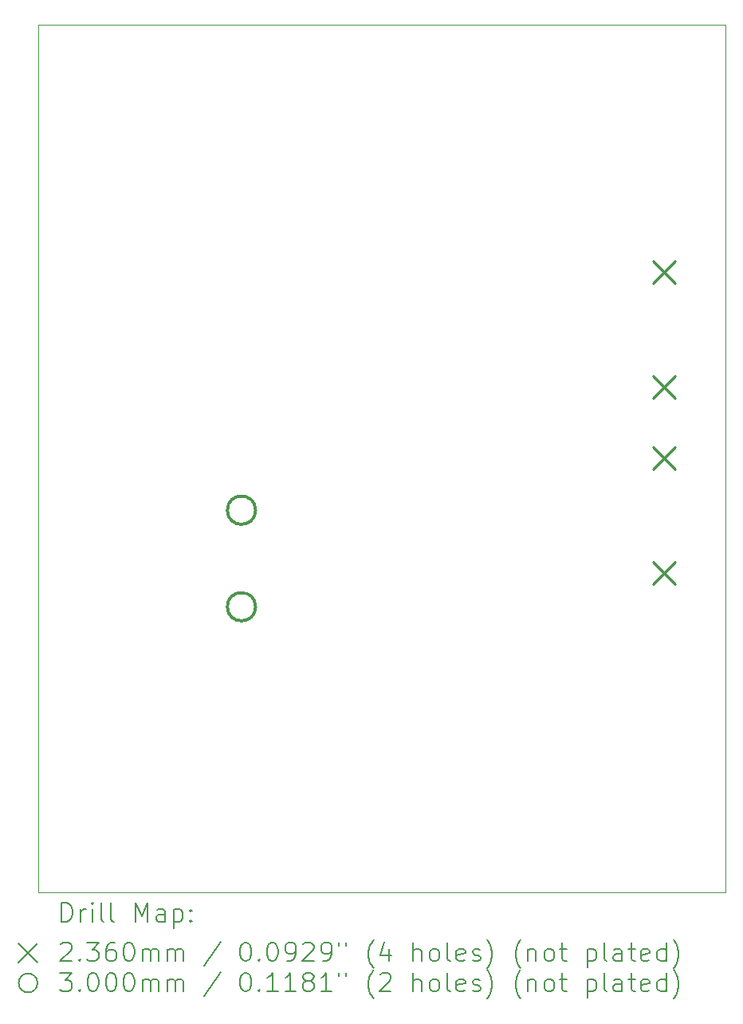
<source format=gbr>
%FSLAX45Y45*%
G04 Gerber Fmt 4.5, Leading zero omitted, Abs format (unit mm)*
G04 Created by KiCad (PCBNEW (6.0.4)) date 2023-07-19 00:07:37*
%MOMM*%
%LPD*%
G01*
G04 APERTURE LIST*
%TA.AperFunction,Profile*%
%ADD10C,0.100000*%
%TD*%
%ADD11C,0.200000*%
%ADD12C,0.236000*%
%ADD13C,0.300000*%
G04 APERTURE END LIST*
D10*
X0Y9200000D02*
X7300000Y9200000D01*
X7300000Y9200000D02*
X7300000Y0D01*
X7300000Y0D02*
X0Y0D01*
X0Y0D02*
X0Y9200000D01*
D11*
D12*
X6531000Y6692000D02*
X6767000Y6456000D01*
X6767000Y6692000D02*
X6531000Y6456000D01*
X6531000Y5472000D02*
X6767000Y5236000D01*
X6767000Y5472000D02*
X6531000Y5236000D01*
X6531000Y4723500D02*
X6767000Y4487500D01*
X6767000Y4723500D02*
X6531000Y4487500D01*
X6531000Y3503500D02*
X6767000Y3267500D01*
X6767000Y3503500D02*
X6531000Y3267500D01*
D13*
X2311500Y4050300D02*
G75*
G03*
X2311500Y4050300I-150000J0D01*
G01*
X2311500Y3026300D02*
G75*
G03*
X2311500Y3026300I-150000J0D01*
G01*
D11*
X252619Y-315476D02*
X252619Y-115476D01*
X300238Y-115476D01*
X328810Y-125000D01*
X347857Y-144048D01*
X357381Y-163095D01*
X366905Y-201190D01*
X366905Y-229762D01*
X357381Y-267857D01*
X347857Y-286905D01*
X328810Y-305952D01*
X300238Y-315476D01*
X252619Y-315476D01*
X452619Y-315476D02*
X452619Y-182143D01*
X452619Y-220238D02*
X462143Y-201190D01*
X471667Y-191667D01*
X490714Y-182143D01*
X509762Y-182143D01*
X576429Y-315476D02*
X576429Y-182143D01*
X576429Y-115476D02*
X566905Y-125000D01*
X576429Y-134524D01*
X585952Y-125000D01*
X576429Y-115476D01*
X576429Y-134524D01*
X700238Y-315476D02*
X681190Y-305952D01*
X671667Y-286905D01*
X671667Y-115476D01*
X805000Y-315476D02*
X785952Y-305952D01*
X776428Y-286905D01*
X776428Y-115476D01*
X1033571Y-315476D02*
X1033571Y-115476D01*
X1100238Y-258333D01*
X1166905Y-115476D01*
X1166905Y-315476D01*
X1347857Y-315476D02*
X1347857Y-210714D01*
X1338333Y-191667D01*
X1319286Y-182143D01*
X1281190Y-182143D01*
X1262143Y-191667D01*
X1347857Y-305952D02*
X1328810Y-315476D01*
X1281190Y-315476D01*
X1262143Y-305952D01*
X1252619Y-286905D01*
X1252619Y-267857D01*
X1262143Y-248809D01*
X1281190Y-239286D01*
X1328810Y-239286D01*
X1347857Y-229762D01*
X1443095Y-182143D02*
X1443095Y-382143D01*
X1443095Y-191667D02*
X1462143Y-182143D01*
X1500238Y-182143D01*
X1519286Y-191667D01*
X1528809Y-201190D01*
X1538333Y-220238D01*
X1538333Y-277381D01*
X1528809Y-296429D01*
X1519286Y-305952D01*
X1500238Y-315476D01*
X1462143Y-315476D01*
X1443095Y-305952D01*
X1624048Y-296429D02*
X1633571Y-305952D01*
X1624048Y-315476D01*
X1614524Y-305952D01*
X1624048Y-296429D01*
X1624048Y-315476D01*
X1624048Y-191667D02*
X1633571Y-201190D01*
X1624048Y-210714D01*
X1614524Y-201190D01*
X1624048Y-191667D01*
X1624048Y-210714D01*
X-205000Y-545000D02*
X-5000Y-745000D01*
X-5000Y-545000D02*
X-205000Y-745000D01*
X243095Y-554524D02*
X252619Y-545000D01*
X271667Y-535476D01*
X319286Y-535476D01*
X338333Y-545000D01*
X347857Y-554524D01*
X357381Y-573571D01*
X357381Y-592619D01*
X347857Y-621190D01*
X233571Y-735476D01*
X357381Y-735476D01*
X443095Y-716428D02*
X452619Y-725952D01*
X443095Y-735476D01*
X433571Y-725952D01*
X443095Y-716428D01*
X443095Y-735476D01*
X519286Y-535476D02*
X643095Y-535476D01*
X576429Y-611667D01*
X605000Y-611667D01*
X624048Y-621190D01*
X633571Y-630714D01*
X643095Y-649762D01*
X643095Y-697381D01*
X633571Y-716428D01*
X624048Y-725952D01*
X605000Y-735476D01*
X547857Y-735476D01*
X528810Y-725952D01*
X519286Y-716428D01*
X814524Y-535476D02*
X776428Y-535476D01*
X757381Y-545000D01*
X747857Y-554524D01*
X728809Y-583095D01*
X719286Y-621190D01*
X719286Y-697381D01*
X728809Y-716428D01*
X738333Y-725952D01*
X757381Y-735476D01*
X795476Y-735476D01*
X814524Y-725952D01*
X824048Y-716428D01*
X833571Y-697381D01*
X833571Y-649762D01*
X824048Y-630714D01*
X814524Y-621190D01*
X795476Y-611667D01*
X757381Y-611667D01*
X738333Y-621190D01*
X728809Y-630714D01*
X719286Y-649762D01*
X957381Y-535476D02*
X976428Y-535476D01*
X995476Y-545000D01*
X1005000Y-554524D01*
X1014524Y-573571D01*
X1024048Y-611667D01*
X1024048Y-659286D01*
X1014524Y-697381D01*
X1005000Y-716428D01*
X995476Y-725952D01*
X976428Y-735476D01*
X957381Y-735476D01*
X938333Y-725952D01*
X928809Y-716428D01*
X919286Y-697381D01*
X909762Y-659286D01*
X909762Y-611667D01*
X919286Y-573571D01*
X928809Y-554524D01*
X938333Y-545000D01*
X957381Y-535476D01*
X1109762Y-735476D02*
X1109762Y-602143D01*
X1109762Y-621190D02*
X1119286Y-611667D01*
X1138333Y-602143D01*
X1166905Y-602143D01*
X1185952Y-611667D01*
X1195476Y-630714D01*
X1195476Y-735476D01*
X1195476Y-630714D02*
X1205000Y-611667D01*
X1224048Y-602143D01*
X1252619Y-602143D01*
X1271667Y-611667D01*
X1281190Y-630714D01*
X1281190Y-735476D01*
X1376429Y-735476D02*
X1376429Y-602143D01*
X1376429Y-621190D02*
X1385952Y-611667D01*
X1405000Y-602143D01*
X1433571Y-602143D01*
X1452619Y-611667D01*
X1462143Y-630714D01*
X1462143Y-735476D01*
X1462143Y-630714D02*
X1471667Y-611667D01*
X1490714Y-602143D01*
X1519286Y-602143D01*
X1538333Y-611667D01*
X1547857Y-630714D01*
X1547857Y-735476D01*
X1938333Y-525952D02*
X1766905Y-783095D01*
X2195476Y-535476D02*
X2214524Y-535476D01*
X2233571Y-545000D01*
X2243095Y-554524D01*
X2252619Y-573571D01*
X2262143Y-611667D01*
X2262143Y-659286D01*
X2252619Y-697381D01*
X2243095Y-716428D01*
X2233571Y-725952D01*
X2214524Y-735476D01*
X2195476Y-735476D01*
X2176429Y-725952D01*
X2166905Y-716428D01*
X2157381Y-697381D01*
X2147857Y-659286D01*
X2147857Y-611667D01*
X2157381Y-573571D01*
X2166905Y-554524D01*
X2176429Y-545000D01*
X2195476Y-535476D01*
X2347857Y-716428D02*
X2357381Y-725952D01*
X2347857Y-735476D01*
X2338333Y-725952D01*
X2347857Y-716428D01*
X2347857Y-735476D01*
X2481190Y-535476D02*
X2500238Y-535476D01*
X2519286Y-545000D01*
X2528810Y-554524D01*
X2538333Y-573571D01*
X2547857Y-611667D01*
X2547857Y-659286D01*
X2538333Y-697381D01*
X2528810Y-716428D01*
X2519286Y-725952D01*
X2500238Y-735476D01*
X2481190Y-735476D01*
X2462143Y-725952D01*
X2452619Y-716428D01*
X2443095Y-697381D01*
X2433571Y-659286D01*
X2433571Y-611667D01*
X2443095Y-573571D01*
X2452619Y-554524D01*
X2462143Y-545000D01*
X2481190Y-535476D01*
X2643095Y-735476D02*
X2681190Y-735476D01*
X2700238Y-725952D01*
X2709762Y-716428D01*
X2728810Y-687857D01*
X2738333Y-649762D01*
X2738333Y-573571D01*
X2728810Y-554524D01*
X2719286Y-545000D01*
X2700238Y-535476D01*
X2662143Y-535476D01*
X2643095Y-545000D01*
X2633571Y-554524D01*
X2624048Y-573571D01*
X2624048Y-621190D01*
X2633571Y-640238D01*
X2643095Y-649762D01*
X2662143Y-659286D01*
X2700238Y-659286D01*
X2719286Y-649762D01*
X2728810Y-640238D01*
X2738333Y-621190D01*
X2814524Y-554524D02*
X2824048Y-545000D01*
X2843095Y-535476D01*
X2890714Y-535476D01*
X2909762Y-545000D01*
X2919286Y-554524D01*
X2928809Y-573571D01*
X2928809Y-592619D01*
X2919286Y-621190D01*
X2805000Y-735476D01*
X2928809Y-735476D01*
X3024048Y-735476D02*
X3062143Y-735476D01*
X3081190Y-725952D01*
X3090714Y-716428D01*
X3109762Y-687857D01*
X3119286Y-649762D01*
X3119286Y-573571D01*
X3109762Y-554524D01*
X3100238Y-545000D01*
X3081190Y-535476D01*
X3043095Y-535476D01*
X3024048Y-545000D01*
X3014524Y-554524D01*
X3005000Y-573571D01*
X3005000Y-621190D01*
X3014524Y-640238D01*
X3024048Y-649762D01*
X3043095Y-659286D01*
X3081190Y-659286D01*
X3100238Y-649762D01*
X3109762Y-640238D01*
X3119286Y-621190D01*
X3195476Y-535476D02*
X3195476Y-573571D01*
X3271667Y-535476D02*
X3271667Y-573571D01*
X3566905Y-811667D02*
X3557381Y-802143D01*
X3538333Y-773571D01*
X3528809Y-754524D01*
X3519286Y-725952D01*
X3509762Y-678333D01*
X3509762Y-640238D01*
X3519286Y-592619D01*
X3528809Y-564048D01*
X3538333Y-545000D01*
X3557381Y-516428D01*
X3566905Y-506905D01*
X3728809Y-602143D02*
X3728809Y-735476D01*
X3681190Y-525952D02*
X3633571Y-668810D01*
X3757381Y-668810D01*
X3985952Y-735476D02*
X3985952Y-535476D01*
X4071667Y-735476D02*
X4071667Y-630714D01*
X4062143Y-611667D01*
X4043095Y-602143D01*
X4014524Y-602143D01*
X3995476Y-611667D01*
X3985952Y-621190D01*
X4195476Y-735476D02*
X4176428Y-725952D01*
X4166905Y-716428D01*
X4157381Y-697381D01*
X4157381Y-640238D01*
X4166905Y-621190D01*
X4176428Y-611667D01*
X4195476Y-602143D01*
X4224048Y-602143D01*
X4243095Y-611667D01*
X4252619Y-621190D01*
X4262143Y-640238D01*
X4262143Y-697381D01*
X4252619Y-716428D01*
X4243095Y-725952D01*
X4224048Y-735476D01*
X4195476Y-735476D01*
X4376429Y-735476D02*
X4357381Y-725952D01*
X4347857Y-706905D01*
X4347857Y-535476D01*
X4528810Y-725952D02*
X4509762Y-735476D01*
X4471667Y-735476D01*
X4452619Y-725952D01*
X4443095Y-706905D01*
X4443095Y-630714D01*
X4452619Y-611667D01*
X4471667Y-602143D01*
X4509762Y-602143D01*
X4528810Y-611667D01*
X4538333Y-630714D01*
X4538333Y-649762D01*
X4443095Y-668810D01*
X4614524Y-725952D02*
X4633571Y-735476D01*
X4671667Y-735476D01*
X4690714Y-725952D01*
X4700238Y-706905D01*
X4700238Y-697381D01*
X4690714Y-678333D01*
X4671667Y-668810D01*
X4643095Y-668810D01*
X4624048Y-659286D01*
X4614524Y-640238D01*
X4614524Y-630714D01*
X4624048Y-611667D01*
X4643095Y-602143D01*
X4671667Y-602143D01*
X4690714Y-611667D01*
X4766905Y-811667D02*
X4776429Y-802143D01*
X4795476Y-773571D01*
X4805000Y-754524D01*
X4814524Y-725952D01*
X4824048Y-678333D01*
X4824048Y-640238D01*
X4814524Y-592619D01*
X4805000Y-564048D01*
X4795476Y-545000D01*
X4776429Y-516428D01*
X4766905Y-506905D01*
X5128810Y-811667D02*
X5119286Y-802143D01*
X5100238Y-773571D01*
X5090714Y-754524D01*
X5081190Y-725952D01*
X5071667Y-678333D01*
X5071667Y-640238D01*
X5081190Y-592619D01*
X5090714Y-564048D01*
X5100238Y-545000D01*
X5119286Y-516428D01*
X5128810Y-506905D01*
X5205000Y-602143D02*
X5205000Y-735476D01*
X5205000Y-621190D02*
X5214524Y-611667D01*
X5233571Y-602143D01*
X5262143Y-602143D01*
X5281190Y-611667D01*
X5290714Y-630714D01*
X5290714Y-735476D01*
X5414524Y-735476D02*
X5395476Y-725952D01*
X5385952Y-716428D01*
X5376429Y-697381D01*
X5376429Y-640238D01*
X5385952Y-621190D01*
X5395476Y-611667D01*
X5414524Y-602143D01*
X5443095Y-602143D01*
X5462143Y-611667D01*
X5471667Y-621190D01*
X5481190Y-640238D01*
X5481190Y-697381D01*
X5471667Y-716428D01*
X5462143Y-725952D01*
X5443095Y-735476D01*
X5414524Y-735476D01*
X5538333Y-602143D02*
X5614524Y-602143D01*
X5566905Y-535476D02*
X5566905Y-706905D01*
X5576429Y-725952D01*
X5595476Y-735476D01*
X5614524Y-735476D01*
X5833571Y-602143D02*
X5833571Y-802143D01*
X5833571Y-611667D02*
X5852619Y-602143D01*
X5890714Y-602143D01*
X5909762Y-611667D01*
X5919286Y-621190D01*
X5928809Y-640238D01*
X5928809Y-697381D01*
X5919286Y-716428D01*
X5909762Y-725952D01*
X5890714Y-735476D01*
X5852619Y-735476D01*
X5833571Y-725952D01*
X6043095Y-735476D02*
X6024048Y-725952D01*
X6014524Y-706905D01*
X6014524Y-535476D01*
X6205000Y-735476D02*
X6205000Y-630714D01*
X6195476Y-611667D01*
X6176428Y-602143D01*
X6138333Y-602143D01*
X6119286Y-611667D01*
X6205000Y-725952D02*
X6185952Y-735476D01*
X6138333Y-735476D01*
X6119286Y-725952D01*
X6109762Y-706905D01*
X6109762Y-687857D01*
X6119286Y-668810D01*
X6138333Y-659286D01*
X6185952Y-659286D01*
X6205000Y-649762D01*
X6271667Y-602143D02*
X6347857Y-602143D01*
X6300238Y-535476D02*
X6300238Y-706905D01*
X6309762Y-725952D01*
X6328809Y-735476D01*
X6347857Y-735476D01*
X6490714Y-725952D02*
X6471667Y-735476D01*
X6433571Y-735476D01*
X6414524Y-725952D01*
X6405000Y-706905D01*
X6405000Y-630714D01*
X6414524Y-611667D01*
X6433571Y-602143D01*
X6471667Y-602143D01*
X6490714Y-611667D01*
X6500238Y-630714D01*
X6500238Y-649762D01*
X6405000Y-668810D01*
X6671667Y-735476D02*
X6671667Y-535476D01*
X6671667Y-725952D02*
X6652619Y-735476D01*
X6614524Y-735476D01*
X6595476Y-725952D01*
X6585952Y-716428D01*
X6576428Y-697381D01*
X6576428Y-640238D01*
X6585952Y-621190D01*
X6595476Y-611667D01*
X6614524Y-602143D01*
X6652619Y-602143D01*
X6671667Y-611667D01*
X6747857Y-811667D02*
X6757381Y-802143D01*
X6776428Y-773571D01*
X6785952Y-754524D01*
X6795476Y-725952D01*
X6805000Y-678333D01*
X6805000Y-640238D01*
X6795476Y-592619D01*
X6785952Y-564048D01*
X6776428Y-545000D01*
X6757381Y-516428D01*
X6747857Y-506905D01*
X-5000Y-965000D02*
G75*
G03*
X-5000Y-965000I-100000J0D01*
G01*
X233571Y-855476D02*
X357381Y-855476D01*
X290714Y-931667D01*
X319286Y-931667D01*
X338333Y-941190D01*
X347857Y-950714D01*
X357381Y-969762D01*
X357381Y-1017381D01*
X347857Y-1036428D01*
X338333Y-1045952D01*
X319286Y-1055476D01*
X262143Y-1055476D01*
X243095Y-1045952D01*
X233571Y-1036428D01*
X443095Y-1036428D02*
X452619Y-1045952D01*
X443095Y-1055476D01*
X433571Y-1045952D01*
X443095Y-1036428D01*
X443095Y-1055476D01*
X576429Y-855476D02*
X595476Y-855476D01*
X614524Y-865000D01*
X624048Y-874524D01*
X633571Y-893571D01*
X643095Y-931667D01*
X643095Y-979286D01*
X633571Y-1017381D01*
X624048Y-1036428D01*
X614524Y-1045952D01*
X595476Y-1055476D01*
X576429Y-1055476D01*
X557381Y-1045952D01*
X547857Y-1036428D01*
X538333Y-1017381D01*
X528810Y-979286D01*
X528810Y-931667D01*
X538333Y-893571D01*
X547857Y-874524D01*
X557381Y-865000D01*
X576429Y-855476D01*
X766905Y-855476D02*
X785952Y-855476D01*
X805000Y-865000D01*
X814524Y-874524D01*
X824048Y-893571D01*
X833571Y-931667D01*
X833571Y-979286D01*
X824048Y-1017381D01*
X814524Y-1036428D01*
X805000Y-1045952D01*
X785952Y-1055476D01*
X766905Y-1055476D01*
X747857Y-1045952D01*
X738333Y-1036428D01*
X728809Y-1017381D01*
X719286Y-979286D01*
X719286Y-931667D01*
X728809Y-893571D01*
X738333Y-874524D01*
X747857Y-865000D01*
X766905Y-855476D01*
X957381Y-855476D02*
X976428Y-855476D01*
X995476Y-865000D01*
X1005000Y-874524D01*
X1014524Y-893571D01*
X1024048Y-931667D01*
X1024048Y-979286D01*
X1014524Y-1017381D01*
X1005000Y-1036428D01*
X995476Y-1045952D01*
X976428Y-1055476D01*
X957381Y-1055476D01*
X938333Y-1045952D01*
X928809Y-1036428D01*
X919286Y-1017381D01*
X909762Y-979286D01*
X909762Y-931667D01*
X919286Y-893571D01*
X928809Y-874524D01*
X938333Y-865000D01*
X957381Y-855476D01*
X1109762Y-1055476D02*
X1109762Y-922143D01*
X1109762Y-941190D02*
X1119286Y-931667D01*
X1138333Y-922143D01*
X1166905Y-922143D01*
X1185952Y-931667D01*
X1195476Y-950714D01*
X1195476Y-1055476D01*
X1195476Y-950714D02*
X1205000Y-931667D01*
X1224048Y-922143D01*
X1252619Y-922143D01*
X1271667Y-931667D01*
X1281190Y-950714D01*
X1281190Y-1055476D01*
X1376429Y-1055476D02*
X1376429Y-922143D01*
X1376429Y-941190D02*
X1385952Y-931667D01*
X1405000Y-922143D01*
X1433571Y-922143D01*
X1452619Y-931667D01*
X1462143Y-950714D01*
X1462143Y-1055476D01*
X1462143Y-950714D02*
X1471667Y-931667D01*
X1490714Y-922143D01*
X1519286Y-922143D01*
X1538333Y-931667D01*
X1547857Y-950714D01*
X1547857Y-1055476D01*
X1938333Y-845952D02*
X1766905Y-1103095D01*
X2195476Y-855476D02*
X2214524Y-855476D01*
X2233571Y-865000D01*
X2243095Y-874524D01*
X2252619Y-893571D01*
X2262143Y-931667D01*
X2262143Y-979286D01*
X2252619Y-1017381D01*
X2243095Y-1036428D01*
X2233571Y-1045952D01*
X2214524Y-1055476D01*
X2195476Y-1055476D01*
X2176429Y-1045952D01*
X2166905Y-1036428D01*
X2157381Y-1017381D01*
X2147857Y-979286D01*
X2147857Y-931667D01*
X2157381Y-893571D01*
X2166905Y-874524D01*
X2176429Y-865000D01*
X2195476Y-855476D01*
X2347857Y-1036428D02*
X2357381Y-1045952D01*
X2347857Y-1055476D01*
X2338333Y-1045952D01*
X2347857Y-1036428D01*
X2347857Y-1055476D01*
X2547857Y-1055476D02*
X2433571Y-1055476D01*
X2490714Y-1055476D02*
X2490714Y-855476D01*
X2471667Y-884048D01*
X2452619Y-903095D01*
X2433571Y-912619D01*
X2738333Y-1055476D02*
X2624048Y-1055476D01*
X2681190Y-1055476D02*
X2681190Y-855476D01*
X2662143Y-884048D01*
X2643095Y-903095D01*
X2624048Y-912619D01*
X2852619Y-941190D02*
X2833571Y-931667D01*
X2824048Y-922143D01*
X2814524Y-903095D01*
X2814524Y-893571D01*
X2824048Y-874524D01*
X2833571Y-865000D01*
X2852619Y-855476D01*
X2890714Y-855476D01*
X2909762Y-865000D01*
X2919286Y-874524D01*
X2928809Y-893571D01*
X2928809Y-903095D01*
X2919286Y-922143D01*
X2909762Y-931667D01*
X2890714Y-941190D01*
X2852619Y-941190D01*
X2833571Y-950714D01*
X2824048Y-960238D01*
X2814524Y-979286D01*
X2814524Y-1017381D01*
X2824048Y-1036428D01*
X2833571Y-1045952D01*
X2852619Y-1055476D01*
X2890714Y-1055476D01*
X2909762Y-1045952D01*
X2919286Y-1036428D01*
X2928809Y-1017381D01*
X2928809Y-979286D01*
X2919286Y-960238D01*
X2909762Y-950714D01*
X2890714Y-941190D01*
X3119286Y-1055476D02*
X3005000Y-1055476D01*
X3062143Y-1055476D02*
X3062143Y-855476D01*
X3043095Y-884048D01*
X3024048Y-903095D01*
X3005000Y-912619D01*
X3195476Y-855476D02*
X3195476Y-893571D01*
X3271667Y-855476D02*
X3271667Y-893571D01*
X3566905Y-1131667D02*
X3557381Y-1122143D01*
X3538333Y-1093571D01*
X3528809Y-1074524D01*
X3519286Y-1045952D01*
X3509762Y-998333D01*
X3509762Y-960238D01*
X3519286Y-912619D01*
X3528809Y-884048D01*
X3538333Y-865000D01*
X3557381Y-836428D01*
X3566905Y-826905D01*
X3633571Y-874524D02*
X3643095Y-865000D01*
X3662143Y-855476D01*
X3709762Y-855476D01*
X3728809Y-865000D01*
X3738333Y-874524D01*
X3747857Y-893571D01*
X3747857Y-912619D01*
X3738333Y-941190D01*
X3624048Y-1055476D01*
X3747857Y-1055476D01*
X3985952Y-1055476D02*
X3985952Y-855476D01*
X4071667Y-1055476D02*
X4071667Y-950714D01*
X4062143Y-931667D01*
X4043095Y-922143D01*
X4014524Y-922143D01*
X3995476Y-931667D01*
X3985952Y-941190D01*
X4195476Y-1055476D02*
X4176428Y-1045952D01*
X4166905Y-1036428D01*
X4157381Y-1017381D01*
X4157381Y-960238D01*
X4166905Y-941190D01*
X4176428Y-931667D01*
X4195476Y-922143D01*
X4224048Y-922143D01*
X4243095Y-931667D01*
X4252619Y-941190D01*
X4262143Y-960238D01*
X4262143Y-1017381D01*
X4252619Y-1036428D01*
X4243095Y-1045952D01*
X4224048Y-1055476D01*
X4195476Y-1055476D01*
X4376429Y-1055476D02*
X4357381Y-1045952D01*
X4347857Y-1026905D01*
X4347857Y-855476D01*
X4528810Y-1045952D02*
X4509762Y-1055476D01*
X4471667Y-1055476D01*
X4452619Y-1045952D01*
X4443095Y-1026905D01*
X4443095Y-950714D01*
X4452619Y-931667D01*
X4471667Y-922143D01*
X4509762Y-922143D01*
X4528810Y-931667D01*
X4538333Y-950714D01*
X4538333Y-969762D01*
X4443095Y-988809D01*
X4614524Y-1045952D02*
X4633571Y-1055476D01*
X4671667Y-1055476D01*
X4690714Y-1045952D01*
X4700238Y-1026905D01*
X4700238Y-1017381D01*
X4690714Y-998333D01*
X4671667Y-988809D01*
X4643095Y-988809D01*
X4624048Y-979286D01*
X4614524Y-960238D01*
X4614524Y-950714D01*
X4624048Y-931667D01*
X4643095Y-922143D01*
X4671667Y-922143D01*
X4690714Y-931667D01*
X4766905Y-1131667D02*
X4776429Y-1122143D01*
X4795476Y-1093571D01*
X4805000Y-1074524D01*
X4814524Y-1045952D01*
X4824048Y-998333D01*
X4824048Y-960238D01*
X4814524Y-912619D01*
X4805000Y-884048D01*
X4795476Y-865000D01*
X4776429Y-836428D01*
X4766905Y-826905D01*
X5128810Y-1131667D02*
X5119286Y-1122143D01*
X5100238Y-1093571D01*
X5090714Y-1074524D01*
X5081190Y-1045952D01*
X5071667Y-998333D01*
X5071667Y-960238D01*
X5081190Y-912619D01*
X5090714Y-884048D01*
X5100238Y-865000D01*
X5119286Y-836428D01*
X5128810Y-826905D01*
X5205000Y-922143D02*
X5205000Y-1055476D01*
X5205000Y-941190D02*
X5214524Y-931667D01*
X5233571Y-922143D01*
X5262143Y-922143D01*
X5281190Y-931667D01*
X5290714Y-950714D01*
X5290714Y-1055476D01*
X5414524Y-1055476D02*
X5395476Y-1045952D01*
X5385952Y-1036428D01*
X5376429Y-1017381D01*
X5376429Y-960238D01*
X5385952Y-941190D01*
X5395476Y-931667D01*
X5414524Y-922143D01*
X5443095Y-922143D01*
X5462143Y-931667D01*
X5471667Y-941190D01*
X5481190Y-960238D01*
X5481190Y-1017381D01*
X5471667Y-1036428D01*
X5462143Y-1045952D01*
X5443095Y-1055476D01*
X5414524Y-1055476D01*
X5538333Y-922143D02*
X5614524Y-922143D01*
X5566905Y-855476D02*
X5566905Y-1026905D01*
X5576429Y-1045952D01*
X5595476Y-1055476D01*
X5614524Y-1055476D01*
X5833571Y-922143D02*
X5833571Y-1122143D01*
X5833571Y-931667D02*
X5852619Y-922143D01*
X5890714Y-922143D01*
X5909762Y-931667D01*
X5919286Y-941190D01*
X5928809Y-960238D01*
X5928809Y-1017381D01*
X5919286Y-1036428D01*
X5909762Y-1045952D01*
X5890714Y-1055476D01*
X5852619Y-1055476D01*
X5833571Y-1045952D01*
X6043095Y-1055476D02*
X6024048Y-1045952D01*
X6014524Y-1026905D01*
X6014524Y-855476D01*
X6205000Y-1055476D02*
X6205000Y-950714D01*
X6195476Y-931667D01*
X6176428Y-922143D01*
X6138333Y-922143D01*
X6119286Y-931667D01*
X6205000Y-1045952D02*
X6185952Y-1055476D01*
X6138333Y-1055476D01*
X6119286Y-1045952D01*
X6109762Y-1026905D01*
X6109762Y-1007857D01*
X6119286Y-988809D01*
X6138333Y-979286D01*
X6185952Y-979286D01*
X6205000Y-969762D01*
X6271667Y-922143D02*
X6347857Y-922143D01*
X6300238Y-855476D02*
X6300238Y-1026905D01*
X6309762Y-1045952D01*
X6328809Y-1055476D01*
X6347857Y-1055476D01*
X6490714Y-1045952D02*
X6471667Y-1055476D01*
X6433571Y-1055476D01*
X6414524Y-1045952D01*
X6405000Y-1026905D01*
X6405000Y-950714D01*
X6414524Y-931667D01*
X6433571Y-922143D01*
X6471667Y-922143D01*
X6490714Y-931667D01*
X6500238Y-950714D01*
X6500238Y-969762D01*
X6405000Y-988809D01*
X6671667Y-1055476D02*
X6671667Y-855476D01*
X6671667Y-1045952D02*
X6652619Y-1055476D01*
X6614524Y-1055476D01*
X6595476Y-1045952D01*
X6585952Y-1036428D01*
X6576428Y-1017381D01*
X6576428Y-960238D01*
X6585952Y-941190D01*
X6595476Y-931667D01*
X6614524Y-922143D01*
X6652619Y-922143D01*
X6671667Y-931667D01*
X6747857Y-1131667D02*
X6757381Y-1122143D01*
X6776428Y-1093571D01*
X6785952Y-1074524D01*
X6795476Y-1045952D01*
X6805000Y-998333D01*
X6805000Y-960238D01*
X6795476Y-912619D01*
X6785952Y-884048D01*
X6776428Y-865000D01*
X6757381Y-836428D01*
X6747857Y-826905D01*
M02*

</source>
